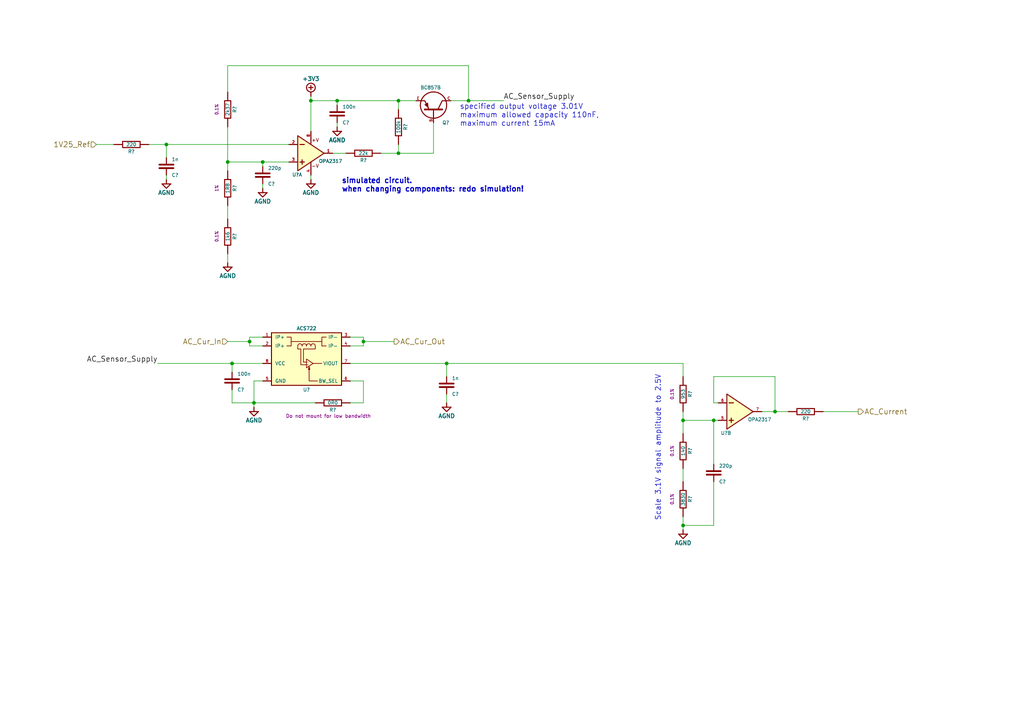
<source format=kicad_sch>
(kicad_sch (version 20230121) (generator eeschema)
  (paper "A4")
  (title_block (title "AC current measurement") (date "2016-03-12") (rev "0.1") (company "Open Source Solar Inverter Project"))
  (lib_symbols
    (symbol "OSSI_standard_components:+3V3" (power) (pin_names (offset 0))
      (property "Value" "+3V3" (at 0 5.08 0))
      (symbol "+3V3_1_0"
        (polyline (pts (xy -0.635 2.54) (xy 0.635 2.54)) (stroke (width 0.3048)))
        (polyline (pts (xy 0 1.27) (xy 0 0)) (stroke (width 0.3048)))
        (polyline (pts (xy 0 3.175) (xy 0 1.905)) (stroke (width 0.3048)))
        (circle (center 0 2.54) (radius 1.27) (stroke (width 0.3048)))
        (pin power_in line (at 0 0 90) (length 0) hide (name "+3V3") (number "1"))
      )
    )
    (symbol "OSSI_standard_components:AGND" (power) (pin_names (offset 0))
      (property "Value" "AGND" (at 0 -3.81 0))
      (symbol "AGND_0_0"
        (polyline (pts (xy -1.27 -1.27) (xy 1.27 -1.27)) (stroke (width 0.3048)))
        (polyline (pts (xy 0 -1.27) (xy 0 0)) (stroke (width 0.3048)))
        (polyline (pts (xy 1.27 -1.27) (xy 0 -2.54) (xy -1.27 -1.27)) (stroke (width 0.3048)))
        (pin power_in line (at 0 0 270) (length 0) hide (name "AGND") (number "1"))
      )
    )
    (symbol "OSSI_standard_components:Capacitor" (pin_numbers hide) (pin_names (offset 1.016) hide)
      (property "Reference" "C" (at 1.524 -2.54 0))
      (property "Value" "Capacitor" (at 1.524 2.032 0))
      (symbol "Capacitor_0_0"
        (polyline (pts (xy -2.032 -0.508) (xy 2.032 -0.508)) (stroke (width 0.508)))
        (polyline (pts (xy -2.032 0.508) (xy 2.032 0.508)) (stroke (width 0.508)))
        (polyline (pts (xy 0 -2.54) (xy 0 -0.635)) (stroke (width 0.3048)))
        (polyline (pts (xy 0 0.635) (xy 0 2.54)) (stroke (width 0.3048)))
        (pin passive line (at 0 -2.54 90) (length 0) (name "1") (number "1"))
        (pin passive line (at 0 2.54 270) (length 0) (name "2") (number "2"))
      )
    )
    (symbol "OSSI_standard_components:DUAL_OPAMP" (pin_names (offset 1.016) hide)
      (property "Reference" "U" (at -1.27 -6.223 0))
      (property "Value" "DUAL_OPAMP" (at 3.556 -2.286 0))
      (symbol "DUAL_OPAMP_0_0"
        (polyline (pts (xy -2.54 -2.54) (xy -5.08 -2.54)) (stroke (width 0.3048)))
        (polyline (pts (xy -2.54 2.54) (xy -5.08 2.54)) (stroke (width 0.3048)))
        (polyline (pts (xy -1.905 -2.54) (xy -0.635 -2.54)) (stroke (width 0.3048)))
        (polyline (pts (xy -1.905 2.54) (xy -0.635 2.54)) (stroke (width 0.3048)))
        (polyline (pts (xy -1.27 -1.905) (xy -1.27 -3.175)) (stroke (width 0.3048)))
        (polyline (pts (xy 7.62 0) (xy 5.08 0)) (stroke (width 0.3048)) (fill (type outline)))
        (polyline (pts (xy 5.08 0) (xy -2.54 5.08) (xy -2.54 -5.08) (xy 5.08 0)) (stroke (width 0.3048)) (fill (type background)))
      )
      (symbol "DUAL_OPAMP_1_0"
        (polyline (pts (xy 1.27 -2.54) (xy 1.27 -6.35)) (stroke (width 0.3048)))
        (polyline (pts (xy 1.27 2.54) (xy 1.27 6.35)) (stroke (width 0.3048)))
        (text "+V" (at 1.397 3.81 0) (effects (font (size 0.9906 0.9906)) (justify left)))
        (text "-V" (at 1.397 -3.683 0) (effects (font (size 0.9906 0.9906)) (justify left)))
        (pin output line (at 7.62 0 180) (length 2.54) (name "1") (number "1"))
        (pin input line (at -5.08 2.54 0) (length 2.54) (name "2") (number "2"))
        (pin input line (at -5.08 -2.54 0) (length 2.54) (name "3") (number "3"))
        (pin power_in line (at 1.27 -6.35 90) (length 2.54) (name "4") (number "4"))
        (pin power_in line (at 1.27 6.35 270) (length 2.4384) (name "8") (number "8"))
      )
      (symbol "DUAL_OPAMP_2_0"
        (pin input line (at -5.08 -2.54 0) (length 2.54) (name "5") (number "5"))
        (pin input line (at -5.08 2.54 0) (length 2.54) (name "6") (number "6"))
        (pin output line (at 7.62 0 180) (length 2.54) (name "7") (number "7"))
      )
    )
    (symbol "OSSI_standard_components:PNP" (pin_names (offset 1.016) hide)
      (property "Reference" "Q" (at 0 -5.08 0))
      (property "Value" "PNP" (at 0 5.08 0))
      (symbol "PNP_0_0"
        (polyline (pts (xy 0 0) (xy -3.81 0)) (stroke (width 0.3048)))
        (polyline (pts (xy 0 2.54) (xy 0 -2.54)) (stroke (width 0.508)))
        (polyline (pts (xy 0 -1.27) (xy 2.54 -2.54) (xy 2.54 -5.08)) (stroke (width 0.3048)))
        (polyline (pts (xy 0 1.27) (xy 2.54 2.54) (xy 2.54 5.08)) (stroke (width 0.3048)))
        (polyline (pts (xy 1.905 1.651) (xy 1.397 2.54) (xy 0.508 1.524) (xy 1.905 1.651)) (fill (type outline)))
        (circle (center 1.27 0) (radius 3.81) (stroke (width 0.3048)))
        (pin input line (at -3.81 0 0) (length 1.27) (name "B") (number "B"))
      )
      (symbol "PNP_1_0"
        (pin passive line (at 2.54 -5.08 90) (length 1.27) (name "C") (number "C"))
        (pin passive line (at 2.54 5.08 270) (length 1.27) (name "E") (number "E"))
      )
    )
    (symbol "OSSI_standard_components:Resistor" (pin_numbers hide) (pin_names (offset 1.016) hide)
      (property "Reference" "R" (at 0 -2.032 0))
      (property "Value" "Resistor" (at 0 0 0))
      (symbol "Resistor_0_0"
        (rectangle (start -2.54 0.889) (end 2.54 -0.889) (stroke (width 0.3048)))
        (polyline (pts (xy -2.54 0) (xy -5.08 0)) (stroke (width 0.3048)))
        (polyline (pts (xy 5.08 0) (xy 2.54 0)) (stroke (width 0.3048)))
      )
      (symbol "Resistor_1_1"
        (pin passive line (at -5.08 0 0) (length 0) (name "1") (number "1"))
        (pin passive line (at 5.08 0 180) (length 0) (name "2") (number "2"))
      )
    )
    (symbol "acs722:ACS722" (pin_names (offset 1.016))
      (property "Reference" "U" (at 0 -8.89 0))
      (property "Value" "ACS722" (at 0 8.89 0))
      (property "Datasheet" "http://www.allegromicro.com/~/media/Files/Datasheets/ACS722-Datasheet.ashx?la=en" (at 0 1.27 0))
      (symbol "ACS722_0_1"
        (arc (start -1.27 3.81) (mid -1.905 4.4423) (end -2.54 3.81) (stroke (width 0.2032)))
        (polyline (pts (xy -12.7 -6.35) (xy -10.16 -6.35)) (stroke (width 0.3048)))
        (polyline (pts (xy -12.7 -1.27) (xy -10.16 -1.27)) (stroke (width 0.3048)))
        (polyline (pts (xy -12.7 3.81) (xy -10.16 3.81)) (stroke (width 0.3048)))
        (polyline (pts (xy -12.7 6.35) (xy -10.16 6.35)) (stroke (width 0.3048)))
        (polyline (pts (xy -4.445 5.08) (xy 4.445 5.08)) (stroke (width 0.2032)))
        (polyline (pts (xy 0.254 -1.651) (xy 0.508 -1.651)) (stroke (width 0.1016)))
        (polyline (pts (xy 0.254 -0.889) (xy 0.508 -0.889)) (stroke (width 0.1016)))
        (polyline (pts (xy 0.381 -1.524) (xy 0.381 -1.778)) (stroke (width 0.1016)))
        (polyline (pts (xy 4.445 -1.27) (xy 1.905 -1.27)) (stroke (width 0.2032)))
        (polyline (pts (xy 10.16 -6.35) (xy 12.7 -6.35)) (stroke (width 0.3048)))
        (polyline (pts (xy 10.16 -1.27) (xy 12.7 -1.27)) (stroke (width 0.3048)))
        (polyline (pts (xy 10.16 3.81) (xy 12.7 3.81)) (stroke (width 0.3048)))
        (polyline (pts (xy 10.16 6.35) (xy 12.7 6.35)) (stroke (width 0.3048)))
        (polyline (pts (xy 0.762 -2.159) (xy 0.762 -6.35) (xy 3.175 -6.35)) (stroke (width 0.2032)))
        (polyline (pts (xy -5.715 6.35) (xy -4.445 6.35) (xy -4.445 3.81) (xy -5.715 3.81)) (stroke (width 0.2032)))
        (polyline (pts (xy 0.762 -2.159) (xy 0.508 -3.048) (xy 1.016 -3.048) (xy 0.762 -2.159)) (fill (type outline)))
        (polyline (pts (xy 1.905 -1.27) (xy 0 0) (xy 0 -2.54) (xy 1.905 -1.27)) (stroke (width 0.2032)) (fill (type background)))
        (polyline (pts (xy 5.715 6.35) (xy 4.445 6.35) (xy 4.445 3.81) (xy 5.715 3.81)) (stroke (width 0.2032)))
        (polyline (pts (xy -10.16 7.62) (xy 10.16 7.62) (xy 10.16 -7.62) (xy -10.16 -7.62) (xy -10.16 7.62)) (stroke (width 0.3048)) (fill (type background)))
        (polyline (pts (xy -2.54 3.81) (xy -2.54 2.921) (xy -1.651 2.921) (xy -1.651 -1.651) (xy 0 -1.651)) (stroke (width 0.2032)))
        (polyline (pts (xy 2.54 3.81) (xy 2.54 2.921) (xy -0.889 2.921) (xy -0.889 -0.889) (xy 0 -0.889)) (stroke (width 0.2032)))
        (arc (start 0 3.81) (mid -0.635 4.4423) (end -1.27 3.81) (stroke (width 0.2032)))
        (arc (start 1.27 3.81) (mid 0.635 4.4423) (end 0 3.81) (stroke (width 0.2032)))
        (arc (start 2.54 3.81) (mid 1.905 4.4423) (end 1.27 3.81) (stroke (width 0.2032)))
      )
      (symbol "ACS722_1_1"
        (pin input line (at -12.7 6.35 0) (length 2.54) (name "IP+") (number "1"))
        (pin input line (at -12.7 3.81 0) (length 2.54) (name "IP+") (number "2"))
        (pin input line (at 12.7 6.35 180) (length 2.54) (name "IP-") (number "3"))
        (pin input line (at 12.7 3.81 180) (length 2.54) (name "IP-") (number "4"))
        (pin power_in line (at -12.7 -6.35 0) (length 2.54) (name "GND") (number "5"))
        (pin input line (at 12.7 -6.35 180) (length 2.54) (name "BW_SEL") (number "6"))
        (pin output line (at 12.7 -1.27 180) (length 2.54) (name "VIOUT") (number "7"))
        (pin power_in line (at -12.7 -1.27 0) (length 2.54) (name "VCC") (number "8"))
      )
    )
  )
  (junction (at 66.04 46.99))
  (junction (at 129.54 105.41))
  (junction (at 105.41 99.06))
  (junction (at 224.79 119.38))
  (junction (at 115.57 29.21))
  (junction (at 115.57 44.45))
  (junction (at 135.89 29.21))
  (junction (at 67.31 105.41))
  (junction (at 198.12 152.4))
  (junction (at 207.01 121.92))
  (junction (at 97.79 29.21))
  (junction (at 48.26 41.91))
  (junction (at 73.66 116.84))
  (junction (at 76.2 46.99))
  (junction (at 90.17 29.21))
  (junction (at 198.12 121.92))
  (junction (at 72.39 99.06))
  (wire (pts (xy 90.17 29.21) (xy 90.17 38.1)))
  (wire (pts (xy 207.01 121.92) (xy 208.28 121.92)))
  (wire (pts (xy 198.12 119.38) (xy 198.12 121.92)))
  (wire (pts (xy 130.81 29.21) (xy 135.89 29.21)))
  (wire (pts (xy 66.04 19.05) (xy 66.04 26.67)))
  (wire (pts (xy 101.6 105.41) (xy 129.54 105.41)))
  (wire (pts (xy 67.31 116.84) (xy 73.66 116.84)))
  (wire (pts (xy 66.04 46.99) (xy 76.2 46.99)))
  (wire (pts (xy 97.79 30.48) (xy 97.79 29.21)))
  (wire (pts (xy 207.01 134.62) (xy 207.01 121.92)))
  (wire (pts (xy 90.17 27.94) (xy 90.17 29.21)))
  (wire (pts (xy 48.26 41.91) (xy 83.82 41.91)))
  (wire (pts (xy 66.04 73.66) (xy 66.04 76.2)))
  (wire (pts (xy 90.17 50.8) (xy 90.17 52.07)))
  (wire (pts (xy 97.79 29.21) (xy 115.57 29.21)))
  (wire (pts (xy 105.41 99.06) (xy 105.41 100.33)))
  (wire (pts (xy 207.01 139.7) (xy 207.01 152.4)))
  (wire (pts (xy 198.12 105.41) (xy 198.12 109.22)))
  (wire (pts (xy 76.2 46.99) (xy 83.82 46.99)))
  (wire (pts (xy 66.04 59.69) (xy 66.04 63.5)))
  (wire (pts (xy 73.66 110.49) (xy 73.66 116.84)))
  (wire (pts (xy 72.39 99.06) (xy 66.04 99.06)))
  (wire (pts (xy 76.2 46.99) (xy 76.2 48.26)))
  (wire (pts (xy 90.17 29.21) (xy 97.79 29.21)))
  (wire (pts (xy 129.54 116.84) (xy 129.54 114.3)))
  (wire (pts (xy 220.98 119.38) (xy 224.79 119.38)))
  (wire (pts (xy 135.89 29.21) (xy 146.05 29.21)))
  (wire (pts (xy 73.66 110.49) (xy 76.2 110.49)))
  (wire (pts (xy 73.66 116.84) (xy 73.66 118.11)))
  (wire (pts (xy 76.2 53.34) (xy 76.2 54.61)))
  (wire (pts (xy 224.79 119.38) (xy 228.6 119.38)))
  (wire (pts (xy 66.04 19.05) (xy 135.89 19.05)))
  (wire (pts (xy 43.18 41.91) (xy 48.26 41.91)))
  (wire (pts (xy 105.41 97.79) (xy 105.41 99.06)))
  (wire (pts (xy 72.39 97.79) (xy 76.2 97.79)))
  (wire (pts (xy 73.66 116.84) (xy 91.44 116.84)))
  (wire (pts (xy 207.01 109.22) (xy 207.01 116.84)))
  (wire (pts (xy 96.52 44.45) (xy 100.33 44.45)))
  (wire (pts (xy 198.12 152.4) (xy 198.12 153.67)))
  (wire (pts (xy 101.6 97.79) (xy 105.41 97.79)))
  (wire (pts (xy 48.26 52.07) (xy 48.26 50.8)))
  (wire (pts (xy 115.57 41.91) (xy 115.57 44.45)))
  (wire (pts (xy 224.79 109.22) (xy 224.79 119.38)))
  (wire (pts (xy 67.31 113.03) (xy 67.31 116.84)))
  (wire (pts (xy 72.39 100.33) (xy 76.2 100.33)))
  (wire (pts (xy 97.79 35.56) (xy 97.79 36.83)))
  (wire (pts (xy 66.04 36.83) (xy 66.04 46.99)))
  (wire (pts (xy 67.31 107.95) (xy 67.31 105.41)))
  (wire (pts (xy 72.39 97.79) (xy 72.39 99.06)))
  (wire (pts (xy 198.12 121.92) (xy 198.12 125.73)))
  (wire (pts (xy 198.12 121.92) (xy 207.01 121.92)))
  (wire (pts (xy 198.12 149.86) (xy 198.12 152.4)))
  (wire (pts (xy 105.41 116.84) (xy 101.6 116.84)))
  (wire (pts (xy 66.04 46.99) (xy 66.04 49.53)))
  (wire (pts (xy 115.57 29.21) (xy 115.57 31.75)))
  (wire (pts (xy 48.26 45.72) (xy 48.26 41.91)))
  (wire (pts (xy 105.41 99.06) (xy 114.3 99.06)))
  (wire (pts (xy 115.57 29.21) (xy 120.65 29.21)))
  (wire (pts (xy 72.39 99.06) (xy 72.39 100.33)))
  (wire (pts (xy 207.01 116.84) (xy 208.28 116.84)))
  (wire (pts (xy 105.41 100.33) (xy 101.6 100.33)))
  (wire (pts (xy 110.49 44.45) (xy 115.57 44.45)))
  (wire (pts (xy 125.73 44.45) (xy 125.73 35.56)))
  (wire (pts (xy 129.54 109.22) (xy 129.54 105.41)))
  (wire (pts (xy 198.12 135.89) (xy 198.12 139.7)))
  (wire (pts (xy 67.31 105.41) (xy 76.2 105.41)))
  (wire (pts (xy 101.6 110.49) (xy 105.41 110.49)))
  (wire (pts (xy 105.41 110.49) (xy 105.41 116.84)))
  (wire (pts (xy 45.72 105.41) (xy 67.31 105.41)))
  (wire (pts (xy 238.76 119.38) (xy 248.92 119.38)))
  (wire (pts (xy 129.54 105.41) (xy 198.12 105.41)))
  (wire (pts (xy 135.89 19.05) (xy 135.89 29.21)))
  (wire (pts (xy 224.79 109.22) (xy 207.01 109.22)))
  (wire (pts (xy 115.57 44.45) (xy 125.73 44.45)))
  (wire (pts (xy 27.94 41.91) (xy 33.02 41.91)))
  (wire (pts (xy 207.01 152.4) (xy 198.12 152.4)))
  (text "Scale 3.1 V signal amplitude to 2.5 V" (at 191.77 151.13 90) (effects (font (size 1.524 1.524)) (justify left bottom)))
  (text "specified output voltage 3.01 V\nmaximum allowed capacity 110 nF,\nmaximum current 15 mA" (at 133.35 36.83 0) (effects (font (size 1.524 1.524)) (justify left bottom)))
  (text "simulated circuit.\nwhen changing components: redo simulation!" (at 99.06 55.88 0) (effects (font (size 1.524 1.524) (thickness 0.3048) bold) (justify left bottom)))
  (label "AC_Sensor_Supply" (at 45.72 105.41 180) (effects (font (size 1.524 1.524))))
  (label "AC_Sensor_Supply" (at 146.05 29.21 0) (effects (font (size 1.524 1.524))))
  (hierarchical_label "AC_Current" (shape output) (at 248.92 119.38 0) (effects (font (size 1.524 1.524))))
  (hierarchical_label "1V25_Ref" (shape input) (at 27.94 41.91 180) (effects (font (size 1.524 1.524))))
  (hierarchical_label "AC_Cur_In" (shape input) (at 66.04 99.06 180) (effects (font (size 1.524 1.524))))
  (hierarchical_label "AC_Cur_Out" (shape output) (at 114.3 99.06 0) (effects (font (size 1.524 1.524))))
  (symbol (lib_id "OSSI_standard_components:Resistor") (at 38.1 41.91 0) (unit 1)
    (property "Reference" "R?" (at 38.1 43.942 0) (effects (font (size 0.9906 0.9906))))
    (property "Value" "220" (at 38.1 41.91 0) (effects (font (size 0.9906 0.9906))))
    (property "Tolerance" "%" (effects hide))
    (property "Manufacturer" "M" (effects hide))
    (property "Partnumber" "P" (effects hide))
    (property "Supplier" "S" (effects hide))
    (property "Order No." "O.No." (effects hide))
  )
  (symbol (lib_id "OSSI_standard_components:Capacitor") (at 48.26 48.26 0) (unit 1)
    (property "Reference" "C?" (at 49.784 50.8 0) (effects (font (size 0.9906 0.9906)) (justify left)))
    (property "Value" "1n" (at 49.784 46.228 0) (effects (font (size 0.9906 0.9906)) (justify left)))
    (property "Tolerance" "%" (effects hide))
    (property "Manufacturer" "M" (effects hide))
    (property "Partnumber" "P" (effects hide))
    (property "Supplier" "S" (effects hide))
    (property "Order No." "O.No." (effects hide))
  )
  (symbol (lib_id "OSSI_standard_components:Resistor") (at 66.04 31.75 90) (mirror x) (unit 1)
    (property "Reference" "R?" (at 68.072 31.75 0) (effects (font (size 0.9906 0.9906))))
    (property "Value" "2k37" (at 66.04 31.75 0) (effects (font (size 0.9906 0.9906))))
    (property "Tolerance" "0.1%" (at 62.865 31.75 0) (effects (font (size 0.889 0.889))))
    (property "Manufacturer" "M" (effects hide))
    (property "Partnumber" "P" (effects hide))
    (property "Supplier" "S" (effects hide))
    (property "Order No." "O.No." (effects hide))
  )
  (symbol (lib_id "OSSI_standard_components:Resistor") (at 66.04 68.58 90) (mirror x) (unit 1)
    (property "Reference" "R?" (at 68.072 68.58 0) (effects (font (size 0.9906 0.9906))))
    (property "Value" "1k6" (at 66.04 68.58 0) (effects (font (size 0.9906 0.9906))))
    (property "Tolerance" "0.1%" (at 62.865 68.58 0) (effects (font (size 0.889 0.889))))
    (property "Manufacturer" "M" (effects hide))
    (property "Partnumber" "P" (effects hide))
    (property "Supplier" "S" (effects hide))
    (property "Order No." "O.No." (effects hide))
  )
  (symbol (lib_id "OSSI_standard_components:Resistor") (at 66.04 54.61 90) (mirror x) (unit 1)
    (property "Reference" "R?" (at 68.072 54.61 0) (effects (font (size 0.9906 0.9906))))
    (property "Value" "1R8" (at 66.04 54.61 0) (effects (font (size 0.9906 0.9906))))
    (property "Tolerance" "1%" (at 62.865 54.61 0) (effects (font (size 0.889 0.889))))
    (property "Manufacturer" "M" (effects hide))
    (property "Partnumber" "P" (effects hide))
    (property "Supplier" "S" (effects hide))
    (property "Order No." "O.No." (effects hide))
  )
  (symbol (lib_id "OSSI_standard_components:Capacitor") (at 76.2 50.8 0) (unit 1)
    (property "Reference" "C?" (at 77.724 53.34 0) (effects (font (size 0.9906 0.9906)) (justify left)))
    (property "Value" "220p" (at 77.724 48.768 0) (effects (font (size 0.9906 0.9906)) (justify left)))
    (property "Tolerance" "%" (effects hide))
    (property "Manufacturer" "M" (effects hide))
    (property "Partnumber" "P" (effects hide))
    (property "Supplier" "S" (effects hide))
    (property "Order No." "O.No." (effects hide))
  )
  (symbol (lib_id "OSSI_standard_components:Capacitor") (at 97.79 33.02 0) (unit 1)
    (property "Reference" "C?" (at 99.314 35.56 0) (effects (font (size 0.9906 0.9906)) (justify left)))
    (property "Value" "100n" (at 99.314 30.988 0) (effects (font (size 0.9906 0.9906)) (justify left)))
    (property "Tolerance" "%" (effects hide))
    (property "Manufacturer" "M" (effects hide))
    (property "Partnumber" "P" (effects hide))
    (property "Supplier" "S" (effects hide))
    (property "Order No." "O.No." (effects hide))
  )
  (symbol (lib_id "OSSI_standard_components:Resistor") (at 105.41 44.45 0) (unit 1)
    (property "Reference" "R?" (at 105.41 46.482 0) (effects (font (size 0.9906 0.9906))))
    (property "Value" "22k" (at 105.41 44.45 0) (effects (font (size 0.9906 0.9906))))
    (property "Tolerance" "%" (effects hide))
    (property "Manufacturer" "M" (effects hide))
    (property "Partnumber" "P" (effects hide))
    (property "Supplier" "S" (effects hide))
    (property "Order No." "O.No." (effects hide))
  )
  (symbol (lib_id "OSSI_standard_components:Resistor") (at 115.57 36.83 90) (mirror x) (unit 1)
    (property "Reference" "R?" (at 117.602 36.83 0) (effects (font (size 0.9906 0.9906))))
    (property "Value" "100k" (at 115.57 36.83 0) (effects (font (size 0.9906 0.9906))))
    (property "Tolerance" "%" (effects hide))
    (property "Manufacturer" "M" (effects hide))
    (property "Partnumber" "P" (effects hide))
    (property "Supplier" "S" (effects hide))
    (property "Order No." "O.No." (effects hide))
  )
  (symbol (lib_id "OSSI_standard_components:PNP") (at 125.73 31.75 90) (unit 1)
    (property "Reference" "Q?" (at 128.27 35.56 90) (effects (font (size 0.9906 0.9906)) (justify right)))
    (property "Value" "BC857B" (at 121.92 25.4 90) (effects (font (size 0.9906 0.9906)) (justify right)))
    (property "Footprint" "OSSI_standard_footprints:SOT23_BEC_R" (effects hide))
    (property "Manufacturer" "M" (effects hide))
    (property "Partnumber" "P" (effects hide))
    (property "Supplier" "S" (effects hide))
    (property "Order No." "O.No." (effects hide))
  )
  (symbol (lib_id "OSSI_standard_components:DUAL_OPAMP") (at 88.9 44.45 0) (unit 1)
    (property "Reference" "U?" (at 87.63 50.673 0) (effects (font (size 0.9906 0.9906)) (justify right)))
    (property "Value" "OPA2317" (at 92.456 46.736 0) (effects (font (size 0.9906 0.9906)) (justify left)))
    (property "Footprint" "OSSI_standard_footprints:SOIC8" (effects hide))
    (property "Manufacturer" "M" (effects hide))
    (property "Partnumber" "P" (effects hide))
    (property "Supplier" "S" (effects hide))
    (property "Order No." "O.No." (effects hide))
  )
  (symbol (lib_id "OSSI_standard_components:AGND") (at 97.79 36.83 0) (unit 1)
    (property "Reference" "#AGND0116" (effects hide))
    (property "Value" "AGND" (at 97.79 40.64 0) (effects (font (size 1.1938 1.1938) bold)))
  )
  (symbol (lib_id "OSSI_standard_components:AGND") (at 90.17 52.07 0) (unit 1)
    (property "Reference" "#AGND0117" (effects hide))
    (property "Value" "AGND" (at 90.17 55.88 0) (effects (font (size 1.1938 1.1938) bold)))
  )
  (symbol (lib_id "OSSI_standard_components:AGND") (at 76.2 54.61 0) (unit 1)
    (property "Reference" "#AGND0118" (effects hide))
    (property "Value" "AGND" (at 76.2 58.42 0) (effects (font (size 1.1938 1.1938) bold)))
  )
  (symbol (lib_id "OSSI_standard_components:AGND") (at 66.04 76.2 0) (unit 1)
    (property "Reference" "#AGND0119" (effects hide))
    (property "Value" "AGND" (at 66.04 80.01 0) (effects (font (size 1.1938 1.1938) bold)))
  )
  (symbol (lib_id "OSSI_standard_components:AGND") (at 48.26 52.07 0) (unit 1)
    (property "Reference" "#AGND0120" (effects hide))
    (property "Value" "AGND" (at 48.26 55.88 0) (effects (font (size 1.1938 1.1938) bold)))
  )
  (symbol (lib_id "acs722:ACS722") (at 88.9 104.14 0) (unit 1)
    (property "Reference" "U?" (at 88.9 113.03 0) (effects (font (size 0.9906 0.9906))))
    (property "Value" "ACS722" (at 88.9 95.25 0) (effects (font (size 0.9906 0.9906) bold)))
    (property "Footprint" "OSSI_standard_footprints:SOIC8_CurrentSensor" (effects hide))
    (property "Manufacturer" "M" (effects hide))
    (property "Partnumber" "P" (effects hide))
    (property "Supplier" "S" (effects hide))
    (property "Order No." "O.No." (effects hide))
  )
  (symbol (lib_id "OSSI_standard_components:Capacitor") (at 67.31 110.49 0) (unit 1)
    (property "Reference" "C?" (at 68.834 113.03 0) (effects (font (size 0.9906 0.9906)) (justify left)))
    (property "Value" "100n" (at 68.834 108.458 0) (effects (font (size 0.9906 0.9906)) (justify left)))
    (property "Tolerance" "%" (effects hide))
    (property "Manufacturer" "M" (effects hide))
    (property "Partnumber" "P" (effects hide))
    (property "Supplier" "S" (effects hide))
    (property "Order No." "O.No." (effects hide))
  )
  (symbol (lib_id "OSSI_standard_components:Resistor") (at 96.52 116.84 0) (unit 1)
    (property "Reference" "R?" (at 96.52 118.872 0) (effects (font (size 0.9906 0.9906))))
    (property "Value" "0R0" (at 96.52 116.84 0) (effects (font (size 0.9906 0.9906))))
    (property "Tolerance" "%" (effects hide))
    (property "Manufacturer" "M" (effects hide))
    (property "Partnumber" "P" (effects hide))
    (property "Supplier" "S" (effects hide))
    (property "Order No." "O.No." (effects hide))
    (property "Comment" "Do not mount for low bandwidth" (at 95.25 120.65 0) (effects (font (size 0.9906 0.9906))))
  )
  (symbol (lib_id "OSSI_standard_components:Capacitor") (at 129.54 111.76 0) (unit 1)
    (property "Reference" "C?" (at 131.064 114.3 0) (effects (font (size 0.9906 0.9906)) (justify left)))
    (property "Value" "1n" (at 131.064 109.728 0) (effects (font (size 0.9906 0.9906)) (justify left)))
    (property "Tolerance" "%" (effects hide))
    (property "Manufacturer" "M" (effects hide))
    (property "Partnumber" "P" (effects hide))
    (property "Supplier" "S" (effects hide))
    (property "Order No." "O.No." (effects hide))
  )
  (symbol (lib_id "OSSI_standard_components:DUAL_OPAMP") (at 213.36 119.38 0) (unit 2)
    (property "Reference" "U?" (at 212.09 125.603 0) (effects (font (size 0.9906 0.9906)) (justify right)))
    (property "Value" "OPA2317" (at 216.916 121.666 0) (effects (font (size 0.9906 0.9906)) (justify left)))
    (property "Footprint" "OSSI_standard_footprints:SOIC8" (effects hide))
    (property "Manufacturer" "M" (effects hide))
    (property "Partnumber" "P" (effects hide))
    (property "Supplier" "S" (effects hide))
    (property "Order No." "O.No." (effects hide))
  )
  (symbol (lib_id "OSSI_standard_components:Resistor") (at 233.68 119.38 0) (unit 1)
    (property "Reference" "R?" (at 233.68 121.412 0) (effects (font (size 0.9906 0.9906))))
    (property "Value" "220" (at 233.68 119.38 0) (effects (font (size 0.9906 0.9906))))
    (property "Tolerance" "%" (effects hide))
    (property "Manufacturer" "M" (effects hide))
    (property "Partnumber" "P" (effects hide))
    (property "Supplier" "S" (effects hide))
    (property "Order No." "O.No." (effects hide))
  )
  (symbol (lib_id "OSSI_standard_components:Capacitor") (at 207.01 137.16 0) (unit 1)
    (property "Reference" "C?" (at 208.534 139.7 0) (effects (font (size 0.9906 0.9906)) (justify left)))
    (property "Value" "220p" (at 208.534 135.128 0) (effects (font (size 0.9906 0.9906)) (justify left)))
    (property "Tolerance" "%" (effects hide))
    (property "Manufacturer" "M" (effects hide))
    (property "Partnumber" "P" (effects hide))
    (property "Supplier" "S" (effects hide))
    (property "Order No." "O.No." (effects hide))
  )
  (symbol (lib_id "OSSI_standard_components:Resistor") (at 198.12 114.3 90) (mirror x) (unit 1)
    (property "Reference" "R?" (at 200.152 114.3 0) (effects (font (size 0.9906 0.9906))))
    (property "Value" "953" (at 198.12 114.3 0) (effects (font (size 0.9906 0.9906))))
    (property "Tolerance" "0.1%" (at 194.945 114.3 0) (effects (font (size 0.889 0.889))))
    (property "Manufacturer" "M" (effects hide))
    (property "Partnumber" "P" (effects hide))
    (property "Supplier" "S" (effects hide))
    (property "Order No." "O.No." (effects hide))
  )
  (symbol (lib_id "OSSI_standard_components:Resistor") (at 198.12 130.81 90) (mirror x) (unit 1)
    (property "Reference" "R?" (at 200.152 130.81 0) (effects (font (size 0.9906 0.9906))))
    (property "Value" "140" (at 198.12 130.81 0) (effects (font (size 0.9906 0.9906))))
    (property "Tolerance" "0.1%" (at 194.945 130.81 0) (effects (font (size 0.889 0.889))))
    (property "Manufacturer" "M" (effects hide))
    (property "Partnumber" "P" (effects hide))
    (property "Supplier" "S" (effects hide))
    (property "Order No." "O.No." (effects hide))
  )
  (symbol (lib_id "OSSI_standard_components:Resistor") (at 198.12 144.78 90) (mirror x) (unit 1)
    (property "Reference" "R?" (at 200.152 144.78 0) (effects (font (size 0.9906 0.9906))))
    (property "Value" "3830" (at 198.12 144.78 0) (effects (font (size 0.9906 0.9906))))
    (property "Tolerance" "0.1%" (at 194.945 144.78 0) (effects (font (size 0.889 0.889))))
    (property "Manufacturer" "M" (effects hide))
    (property "Partnumber" "P" (effects hide))
    (property "Supplier" "S" (effects hide))
    (property "Order No." "O.No." (effects hide))
  )
  (symbol (lib_id "OSSI_standard_components:+3V3") (at 90.17 27.94 0) (unit 1)
    (property "Reference" "#+3V030101" (effects hide))
    (property "Value" "+3V3" (at 90.17 22.86 0) (effects (font (size 1.1938 1.1938) bold)))
  )
  (symbol (lib_id "OSSI_standard_components:AGND") (at 73.66 118.11 0) (unit 1)
    (property "Reference" "#AGND0121" (effects hide))
    (property "Value" "AGND" (at 73.66 121.92 0) (effects (font (size 1.1938 1.1938) bold)))
  )
  (symbol (lib_id "OSSI_standard_components:AGND") (at 129.54 116.84 0) (unit 1)
    (property "Reference" "#AGND0122" (effects hide))
    (property "Value" "AGND" (at 129.54 120.65 0) (effects (font (size 1.1938 1.1938) bold)))
  )
  (symbol (lib_id "OSSI_standard_components:AGND") (at 198.12 153.67 0) (unit 1)
    (property "Reference" "#AGND0123" (effects hide))
    (property "Value" "AGND" (at 198.12 157.48 0) (effects (font (size 1.1938 1.1938) bold)))
  )
)
</source>
